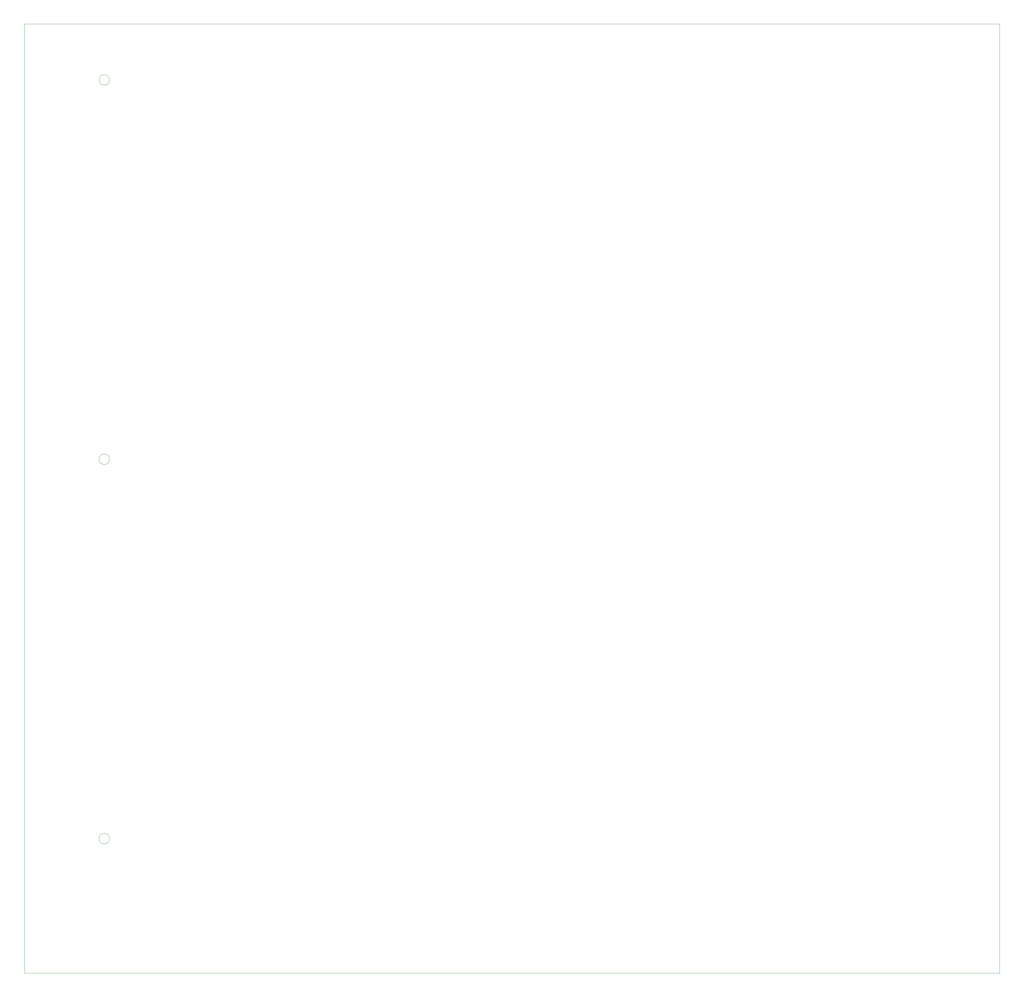
<source format=gbr>
%TF.GenerationSoftware,KiCad,Pcbnew,(6.0.8-1)-1*%
%TF.CreationDate,2024-05-08T14:48:31-04:00*%
%TF.ProjectId,Untitled,556e7469-746c-4656-942e-6b696361645f,rev?*%
%TF.SameCoordinates,Original*%
%TF.FileFunction,Profile,NP*%
%FSLAX46Y46*%
G04 Gerber Fmt 4.6, Leading zero omitted, Abs format (unit mm)*
G04 Created by KiCad (PCBNEW (6.0.8-1)-1) date 2024-05-08 14:48:31*
%MOMM*%
%LPD*%
G01*
G04 APERTURE LIST*
%TA.AperFunction,Profile*%
%ADD10C,0.100000*%
%TD*%
G04 APERTURE END LIST*
D10*
X71600000Y-281160000D02*
G75*
G03*
X71600000Y-281160000I-1600000J0D01*
G01*
X45720000Y-32910000D02*
X342720000Y-32910000D01*
X342720000Y-32910000D02*
X342720000Y-322110000D01*
X342720000Y-322110000D02*
X45720000Y-322110000D01*
X45720000Y-322110000D02*
X45720000Y-32910000D01*
X71600000Y-165560000D02*
G75*
G03*
X71600000Y-165560000I-1600000J0D01*
G01*
X71600000Y-49960000D02*
G75*
G03*
X71600000Y-49960000I-1600000J0D01*
G01*
M02*

</source>
